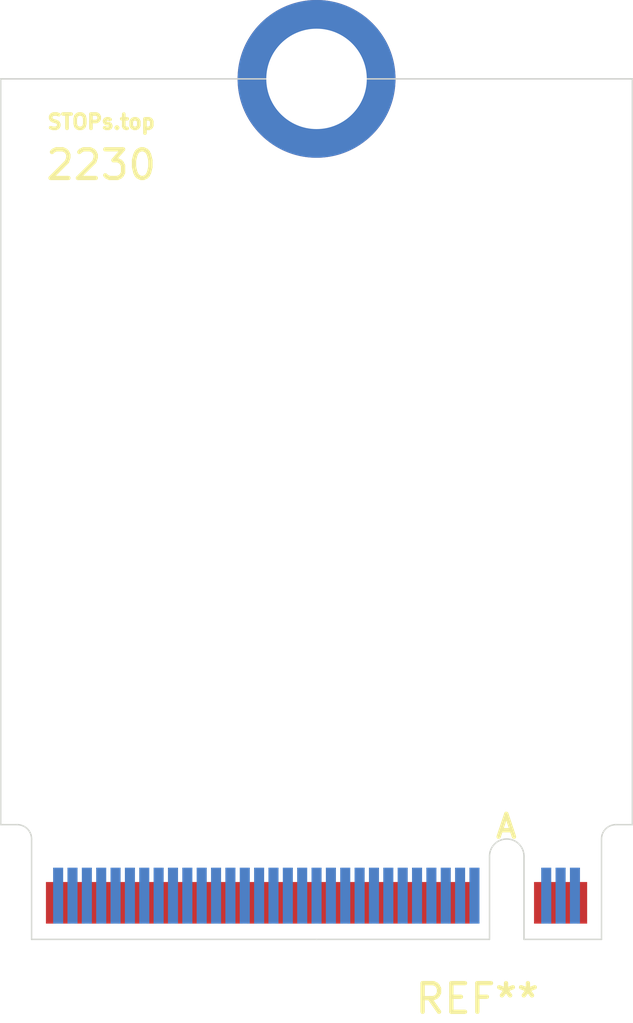
<source format=kicad_pcb>
(kicad_pcb (version 20211014) (generator pcbnew)
  (layers (0 "F.Cu" signal) (31 "B.Cu" signal) (34 "B.Paste" user) (35 "F.Paste" user) (36 "B.SilkS" user "B.Silkscreen") (37 "F.SilkS" user "F.Silkscreen") (38 "B.Mask" user) (39 "F.Mask" user) (44 "Edge.Cuts" user))
  (net 0 "")
  (footprint "NGFF:NGFF_2230" (layer "F.Cu") (at 130 90)
    (fp_text reference "STOPs.top" (at -7.5 -28.5) (layer "F.SilkS") (effects (font (size 0.5 0.5) (thickness 0.125))))
    (fp_text value "2230" (at -7.5 -27) (layer "F.SilkS"))
    (fp_line (start 11 -30) (end 11 -4) (layer "Edge.Cuts") (width 0.05))
    (fp_line (start 11 -30) (end -11 -30) (layer "Edge.Cuts") (width 0.05))
    (fp_line (start -11 -30) (end -11 -4) (layer "Edge.Cuts") (width 0.05))
    (pad "1" thru_hole circle (at 0 -30) (size 5.5 5.5) (drill 3.5) (layers *.Cu *.Mask))
  )
  (footprint "NGFF:NGFF_A" (layer "F.Cu") (at 130 90)
    (fp_text reference "REF**" (at 5.6 2.07) (layer "F.SilkS"))
    (fp_text value "NGFF_A")
    (fp_text user "A" (at 6.61 -3.94) (layer "F.SilkS") (effects (font (size 0.8 0.8))))
    (fp_line (start -11 -4) (end -10.425 -4) (layer "Edge.Cuts") (width 0.05))
    (fp_line (start 9.925 0) (end 9.925 -3.5) (layer "Edge.Cuts") (width 0.05))
    (fp_line (start 7.225 0) (end 9.925 0) (layer "Edge.Cuts") (width 0.05))
    (fp_line (start 0 0) (end 6.025 0) (layer "Edge.Cuts") (width 0.05))
    (fp_line (start 6.025 0) (end 6.025 -2.9) (layer "Edge.Cuts") (width 0.05))
    (fp_line (start 10.425 -4) (end 11 -4) (layer "Edge.Cuts") (width 0.05))
    (fp_line (start 7.225 -2.9) (end 7.225 0) (layer "Edge.Cuts") (width 0.05))
    (fp_line (start -9.925 -3.5) (end -9.925 0) (layer "Edge.Cuts") (width 0.05))
    (fp_line (start -9.925 0) (end 0 0) (layer "Edge.Cuts") (width 0.05))
    (fp_arc (start 6.025 -2.9) (mid 6.625 -3.5) (end 7.225 -2.9) (layer "Edge.Cuts") (width 0.05))
    (fp_arc (start -10.425 -4) (mid -10.071447 -3.853553) (end -9.925 -3.5) (layer "Edge.Cuts") (width 0.05))
    (fp_arc (start 9.925 -3.5) (mid 10.071447 -3.853553) (end 10.425 -4) (layer "Edge.Cuts") (width 0.05))
    (pad "1" smd rect (at 9.25 -1.275) (size 0.35 1.45) (layers "F.Cu"))
    (pad "2" smd rect (at 9 -1.525) (size 0.35 1.95) (layers "B.Cu"))
    (pad "3" smd rect (at 8.75 -1.275) (size 0.35 1.45) (layers "F.Cu"))
    (pad "4" smd rect (at 8.5 -1.525) (size 0.35 1.95) (layers "B.Cu"))
    (pad "5" smd rect (at 8.25 -1.275) (size 0.35 1.45) (layers "F.Cu"))
    (pad "6" smd rect (at 8 -1.525) (size 0.35 1.95) (layers "B.Cu"))
    (pad "7" smd rect (at 7.75 -1.275) (size 0.35 1.45) (layers "F.Cu"))
    (pad "16" smd rect (at 5.5 -1.525) (size 0.35 1.95) (layers "B.Cu"))
    (pad "17" smd rect (at 5.25 -1.275) (size 0.35 1.45) (layers "F.Cu"))
    (pad "18" smd rect (at 5 -1.525) (size 0.35 1.95) (layers "B.Cu"))
    (pad "19" smd rect (at 4.75 -1.275) (size 0.35 1.45) (layers "F.Cu"))
    (pad "20" smd rect (at 4.5 -1.525) (size 0.35 1.95) (layers "B.Cu"))
    (pad "21" smd rect (at 4.25 -1.275) (size 0.35 1.45) (layers "F.Cu"))
    (pad "22" smd rect (at 4 -1.525) (size 0.35 1.95) (layers "B.Cu"))
    (pad "23" smd rect (at 3.75 -1.275) (size 0.35 1.45) (layers "F.Cu"))
    (pad "24" smd rect (at 3.5 -1.525) (size 0.35 1.95) (layers "B.Cu"))
    (pad "25" smd rect (at 3.25 -1.275) (size 0.35 1.45) (layers "F.Cu"))
    (pad "26" smd rect (at 3 -1.525) (size 0.35 1.95) (layers "B.Cu"))
    (pad "27" smd rect (at 2.75 -1.275) (size 0.35 1.45) (layers "F.Cu"))
    (pad "28" smd rect (at 2.5 -1.525) (size 0.35 1.95) (layers "B.Cu"))
    (pad "29" smd rect (at 2.25 -1.275) (size 0.35 1.45) (layers "F.Cu"))
    (pad "30" smd rect (at 2 -1.525) (size 0.35 1.95) (layers "B.Cu"))
    (pad "31" smd rect (at 1.75 -1.275) (size 0.35 1.45) (layers "F.Cu"))
    (pad "32" smd rect (at 1.5 -1.525) (size 0.35 1.95) (layers "B.Cu"))
    (pad "33" smd rect (at 1.25 -1.275) (size 0.35 1.45) (layers "F.Cu"))
    (pad "34" smd rect (at 1 -1.525) (size 0.35 1.95) (layers "B.Cu"))
    (pad "35" smd rect (at 0.75 -1.275) (size 0.35 1.45) (layers "F.Cu"))
    (pad "36" smd rect (at 0.5 -1.525) (size 0.35 1.95) (layers "B.Cu"))
    (pad "37" smd rect (at 0.25 -1.275) (size 0.35 1.45) (layers "F.Cu"))
    (pad "38" smd rect (at 0 -1.525) (size 0.35 1.95) (layers "B.Cu"))
    (pad "39" smd rect (at -0.25 -1.275) (size 0.35 1.45) (layers "F.Cu"))
    (pad "40" smd rect (at -0.5 -1.525) (size 0.35 1.95) (layers "B.Cu"))
    (pad "41" smd rect (at -0.75 -1.275) (size 0.35 1.45) (layers "F.Cu"))
    (pad "42" smd rect (at -1 -1.525) (size 0.35 1.95) (layers "B.Cu"))
    (pad "43" smd rect (at -1.25 -1.275) (size 0.35 1.45) (layers "F.Cu"))
    (pad "44" smd rect (at -1.5 -1.525) (size 0.35 1.95) (layers "B.Cu"))
    (pad "45" smd rect (at -1.75 -1.275) (size 0.35 1.45) (layers "F.Cu"))
    (pad "46" smd rect (at -2 -1.525) (size 0.35 1.95) (layers "B.Cu"))
    (pad "47" smd rect (at -2.25 -1.275) (size 0.35 1.45) (layers "F.Cu"))
    (pad "48" smd rect (at -2.5 -1.525) (size 0.35 1.95) (layers "B.Cu"))
    (pad "49" smd rect (at -2.75 -1.275) (size 0.35 1.45) (layers "F.Cu"))
    (pad "50" smd rect (at -3 -1.525) (size 0.35 1.95) (layers "B.Cu"))
    (pad "51" smd rect (at -3.25 -1.275) (size 0.35 1.45) (layers "F.Cu"))
    (pad "52" smd rect (at -3.5 -1.525) (size 0.35 1.95) (layers "B.Cu"))
    (pad "53" smd rect (at -3.75 -1.275) (size 0.35 1.45) (layers "F.Cu"))
    (pad "54" smd rect (at -4 -1.525) (size 0.35 1.95) (layers "B.Cu"))
    (pad "55" smd rect (at -4.25 -1.275) (size 0.35 1.45) (layers "F.Cu"))
    (pad "56" smd rect (at -4.5 -1.525) (size 0.35 1.95) (layers "B.Cu"))
    (pad "57" smd rect (at -4.75 -1.275) (size 0.35 1.45) (layers "F.Cu"))
    (pad "58" smd rect (at -5 -1.525) (size 0.35 1.95) (layers "B.Cu"))
    (pad "59" smd rect (at -5.25 -1.275) (size 0.35 1.45) (layers "F.Cu"))
    (pad "60" smd rect (at -5.5 -1.525) (size 0.35 1.95) (layers "B.Cu"))
    (pad "61" smd rect (at -5.75 -1.275) (size 0.35 1.45) (layers "F.Cu"))
    (pad "62" smd rect (at -6 -1.525) (size 0.35 1.95) (layers "B.Cu"))
    (pad "63" smd rect (at -6.25 -1.275) (size 0.35 1.45) (layers "F.Cu"))
    (pad "64" smd rect (at -6.5 -1.525) (size 0.35 1.95) (layers "B.Cu"))
    (pad "65" smd rect (at -6.75 -1.275) (size 0.35 1.45) (layers "F.Cu"))
    (pad "66" smd rect (at -7 -1.525) (size 0.35 1.95) (layers "B.Cu"))
    (pad "67" smd rect (at -7.25 -1.275) (size 0.35 1.45) (layers "F.Cu"))
    (pad "68" smd rect (at -7.5 -1.525) (size 0.35 1.95) (layers "B.Cu"))
    (pad "69" smd rect (at -7.75 -1.275) (size 0.35 1.45) (layers "F.Cu"))
    (pad "70" smd rect (at -8 -1.525) (size 0.35 1.95) (layers "B.Cu"))
    (pad "71" smd rect (at -8.25 -1.275) (size 0.35 1.45) (layers "F.Cu"))
    (pad "72" smd rect (at -8.5 -1.525) (size 0.35 1.95) (layers "B.Cu"))
    (pad "73" smd rect (at -8.75 -1.275) (size 0.35 1.45) (layers "F.Cu"))
    (pad "74" smd rect (at -9 -1.525) (size 0.35 1.95) (layers "B.Cu"))
    (pad "75" smd rect (at -9.25 -1.275) (size 0.35 1.45) (layers "F.Cu"))
  )
)
</source>
